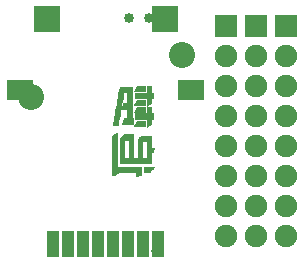
<source format=gbs>
G04*
G04 #@! TF.GenerationSoftware,Altium Limited,Altium Designer,20.2.6 (244)*
G04*
G04 Layer_Color=16711935*
%FSLAX24Y24*%
%MOIN*%
G70*
G04*
G04 #@! TF.SameCoordinates,5BA78797-F0C5-4362-90F7-91A5E935EFA1*
G04*
G04*
G04 #@! TF.FilePolarity,Negative*
G04*
G01*
G75*
%ADD31C,0.0749*%
%ADD32R,0.0749X0.0749*%
%ADD33C,0.0336*%
%ADD64C,0.0020*%
%ADD65R,0.0434X0.0867*%
%ADD66C,0.0867*%
%ADD67R,0.0867X0.0671*%
%ADD68R,0.0867X0.0867*%
%ADD69C,0.0395*%
D31*
X7500Y2900D02*
D03*
Y3900D02*
D03*
Y4900D02*
D03*
Y5900D02*
D03*
Y6900D02*
D03*
Y1900D02*
D03*
Y900D02*
D03*
X8500Y2900D02*
D03*
Y3900D02*
D03*
Y4900D02*
D03*
Y5900D02*
D03*
Y6900D02*
D03*
Y1900D02*
D03*
Y900D02*
D03*
X9500Y2900D02*
D03*
Y3900D02*
D03*
Y4900D02*
D03*
Y5900D02*
D03*
Y6900D02*
D03*
Y1900D02*
D03*
Y900D02*
D03*
D32*
X7500Y7900D02*
D03*
X8500D02*
D03*
X9500D02*
D03*
D33*
X4945Y8173D02*
D03*
X4275D02*
D03*
D64*
X4600Y3340D02*
Y4180D01*
X3720Y2940D02*
Y4260D01*
X3740Y4620D02*
Y4700D01*
Y2940D02*
Y4280D01*
X3760Y4620D02*
Y4820D01*
Y2940D02*
Y4280D01*
X3780Y4620D02*
Y4920D01*
Y2960D02*
Y4300D01*
X3800Y4620D02*
Y5040D01*
Y2960D02*
Y4320D01*
X3820Y4620D02*
Y5140D01*
Y2980D02*
Y4320D01*
X3840Y4620D02*
Y5260D01*
Y2980D02*
Y4340D01*
X3860Y4620D02*
Y5360D01*
Y3000D02*
Y4360D01*
X3880Y4620D02*
Y5480D01*
Y3020D02*
Y3220D01*
X3900Y4620D02*
Y5580D01*
Y3020D02*
Y3220D01*
X3920Y4700D02*
Y5700D01*
Y3040D02*
Y3220D01*
X3940Y4820D02*
Y5800D01*
Y3040D02*
Y3220D01*
X3960Y4920D02*
Y5880D01*
Y3340D02*
Y4160D01*
Y3040D02*
Y3220D01*
X3980Y5040D02*
Y5880D01*
Y3340D02*
Y4180D01*
Y3040D02*
Y3220D01*
X4000Y5140D02*
Y5880D01*
Y3340D02*
Y4200D01*
Y3040D02*
Y3220D01*
X4020Y5260D02*
Y5880D01*
Y3340D02*
Y4220D01*
Y3040D02*
Y3220D01*
X4040Y5380D02*
Y5880D01*
Y5140D02*
Y5240D01*
Y4640D02*
Y4680D01*
Y3340D02*
Y4240D01*
Y3040D02*
Y3220D01*
X4060Y5480D02*
Y5880D01*
Y5140D02*
Y5340D01*
Y4640D02*
Y4740D01*
Y3340D02*
Y4260D01*
Y3040D02*
Y3220D01*
X4080Y5600D02*
Y5880D01*
Y5140D02*
Y5340D01*
Y4640D02*
Y4780D01*
Y3340D02*
Y4280D01*
Y3040D02*
Y3220D01*
X4100Y5700D02*
Y5880D01*
Y5140D02*
Y5340D01*
Y4640D02*
Y4840D01*
Y3340D02*
Y4300D01*
Y3040D02*
Y3220D01*
X4120Y5700D02*
Y5880D01*
Y5140D02*
Y5340D01*
Y4640D02*
Y4840D01*
Y4120D02*
Y4300D01*
Y3340D02*
Y3520D01*
Y3040D02*
Y3220D01*
X4140Y5700D02*
Y5880D01*
Y5140D02*
Y5340D01*
Y4640D02*
Y4840D01*
Y4120D02*
Y4300D01*
Y3340D02*
Y3520D01*
Y3040D02*
Y3220D01*
X4160Y5700D02*
Y5880D01*
Y5140D02*
Y5340D01*
Y4640D02*
Y4840D01*
Y4120D02*
Y4300D01*
Y3340D02*
Y3520D01*
Y3040D02*
Y3220D01*
X4180Y5700D02*
Y5880D01*
Y5140D02*
Y5340D01*
Y4640D02*
Y4840D01*
Y4120D02*
Y4300D01*
Y3340D02*
Y3520D01*
Y3040D02*
Y3220D01*
X4200Y5700D02*
Y5880D01*
Y4640D02*
Y4840D01*
Y4120D02*
Y4300D01*
Y3340D02*
Y3520D01*
Y3040D02*
Y3220D01*
X4220Y4640D02*
Y5880D01*
Y4120D02*
Y4300D01*
Y3340D02*
Y3520D01*
Y3040D02*
Y3220D01*
X4240Y4640D02*
Y5880D01*
Y4120D02*
Y4300D01*
Y3340D02*
Y3520D01*
Y3040D02*
Y3220D01*
X4260Y4640D02*
Y5880D01*
Y4120D02*
Y4300D01*
Y3340D02*
Y3520D01*
Y3040D02*
Y3220D01*
X4280Y4640D02*
Y5880D01*
Y3340D02*
Y4300D01*
Y3040D02*
Y3220D01*
X4300Y4640D02*
Y5880D01*
Y3340D02*
Y4300D01*
Y3040D02*
Y3220D01*
X4320Y4640D02*
Y5880D01*
Y3340D02*
Y4300D01*
Y3040D02*
Y3220D01*
X4340Y4640D02*
Y5880D01*
Y3340D02*
Y4300D01*
Y3040D02*
Y3220D01*
X4360Y4640D02*
Y5880D01*
Y3340D02*
Y4300D01*
Y3040D02*
Y3220D01*
X4380Y4640D02*
Y4840D01*
Y3340D02*
Y4300D01*
Y3040D02*
Y3220D01*
X4400Y4640D02*
Y4840D01*
Y3340D02*
Y4300D01*
Y3040D02*
Y3220D01*
X4420Y4640D02*
Y4840D01*
Y3340D02*
Y4300D01*
Y3040D02*
Y3220D01*
X4440Y5740D02*
Y5760D01*
Y5280D02*
Y5300D01*
Y5040D02*
Y5060D01*
Y4580D02*
Y4600D01*
Y3340D02*
Y3520D01*
Y3040D02*
Y3220D01*
X4460Y5740D02*
Y5780D01*
Y5500D02*
Y5680D01*
Y5280D02*
Y5320D01*
Y5040D02*
Y5100D01*
Y4820D02*
Y5000D01*
Y4580D02*
Y4640D01*
Y3340D02*
Y3520D01*
Y3040D02*
Y3220D01*
X4480Y5740D02*
Y5820D01*
Y5500D02*
Y5680D01*
Y5280D02*
Y5360D01*
Y5040D02*
Y5120D01*
Y4820D02*
Y5000D01*
Y4580D02*
Y4660D01*
Y3340D02*
Y3520D01*
Y3040D02*
Y3220D01*
X4500Y5740D02*
Y5840D01*
Y5500D02*
Y5680D01*
Y5280D02*
Y5380D01*
Y5040D02*
Y5160D01*
Y4820D02*
Y5000D01*
Y4580D02*
Y4700D01*
Y3340D02*
Y3520D01*
Y3040D02*
Y3220D01*
X4520Y5740D02*
Y5880D01*
Y5500D02*
Y5680D01*
Y5280D02*
Y5420D01*
Y5040D02*
Y5180D01*
Y4820D02*
Y5000D01*
Y4580D02*
Y4720D01*
Y3340D02*
Y3520D01*
Y2900D02*
Y3220D01*
X4540Y5740D02*
Y5900D01*
Y5500D02*
Y5680D01*
Y5280D02*
Y5440D01*
Y5040D02*
Y5220D01*
Y4820D02*
Y5000D01*
Y4580D02*
Y4760D01*
Y3340D02*
Y3520D01*
Y2900D02*
Y3220D01*
X4560Y5740D02*
Y5920D01*
Y5500D02*
Y5680D01*
Y5280D02*
Y5460D01*
Y5040D02*
Y5220D01*
Y4820D02*
Y5000D01*
Y4580D02*
Y4760D01*
Y3340D02*
Y4140D01*
Y2900D02*
Y3220D01*
X4580Y5740D02*
Y5920D01*
Y5500D02*
Y5680D01*
Y5280D02*
Y5460D01*
Y5040D02*
Y5220D01*
Y4820D02*
Y5000D01*
Y4580D02*
Y4760D01*
Y3340D02*
Y4160D01*
Y2920D02*
Y3220D01*
X4600Y5740D02*
Y5920D01*
Y5500D02*
Y5680D01*
Y5280D02*
Y5460D01*
Y5040D02*
Y5220D01*
Y4820D02*
Y5000D01*
Y4580D02*
Y4760D01*
Y2940D02*
Y3220D01*
X4620Y5740D02*
Y5920D01*
Y5500D02*
Y5680D01*
Y5280D02*
Y5460D01*
Y5040D02*
Y5220D01*
Y4820D02*
Y5000D01*
Y4580D02*
Y4760D01*
Y3340D02*
Y4200D01*
Y2940D02*
Y3220D01*
X4640Y5740D02*
Y5920D01*
Y5500D02*
Y5680D01*
Y5280D02*
Y5460D01*
Y5040D02*
Y5220D01*
Y4820D02*
Y5000D01*
Y4580D02*
Y4760D01*
Y3340D02*
Y4220D01*
Y2960D02*
Y3220D01*
X4660Y5740D02*
Y5920D01*
Y5500D02*
Y5680D01*
Y5280D02*
Y5460D01*
Y5040D02*
Y5220D01*
Y4820D02*
Y5000D01*
Y4580D02*
Y4760D01*
Y3340D02*
Y4240D01*
Y2960D02*
Y3220D01*
X4680Y5740D02*
Y5920D01*
Y5500D02*
Y5680D01*
Y5280D02*
Y5460D01*
Y5040D02*
Y5220D01*
Y4820D02*
Y5000D01*
Y4580D02*
Y4760D01*
Y3340D02*
Y4260D01*
Y2980D02*
Y3220D01*
X4700Y5740D02*
Y5920D01*
Y5500D02*
Y5680D01*
Y5280D02*
Y5460D01*
Y5040D02*
Y5220D01*
Y4820D02*
Y5000D01*
Y4580D02*
Y4760D01*
Y3340D02*
Y4260D01*
X4720Y5740D02*
Y5920D01*
Y5500D02*
Y5680D01*
Y5280D02*
Y5460D01*
Y5040D02*
Y5220D01*
Y4820D02*
Y5000D01*
Y4580D02*
Y4760D01*
Y4080D02*
Y4260D01*
Y3340D02*
Y3520D01*
X4740Y5740D02*
Y5920D01*
Y5500D02*
Y5680D01*
Y5280D02*
Y5460D01*
Y5040D02*
Y5220D01*
Y4820D02*
Y5000D01*
Y4580D02*
Y4760D01*
Y4080D02*
Y4260D01*
Y3340D02*
Y3520D01*
X4760Y5740D02*
Y5920D01*
Y5500D02*
Y5680D01*
Y5280D02*
Y5460D01*
Y5040D02*
Y5220D01*
Y4820D02*
Y5000D01*
Y4580D02*
Y4760D01*
Y4080D02*
Y4260D01*
Y3340D02*
Y3520D01*
Y3040D02*
Y3220D01*
X4780Y5740D02*
Y5920D01*
Y5500D02*
Y5680D01*
Y5280D02*
Y5460D01*
Y5040D02*
Y5220D01*
Y4820D02*
Y5000D01*
Y4580D02*
Y4760D01*
Y4080D02*
Y4260D01*
Y3340D02*
Y3520D01*
Y3040D02*
Y3220D01*
X4800Y5740D02*
Y5920D01*
Y5500D02*
Y5680D01*
Y5280D02*
Y5460D01*
Y5040D02*
Y5220D01*
Y4820D02*
Y5000D01*
Y4580D02*
Y4760D01*
Y4080D02*
Y4260D01*
Y3340D02*
Y3520D01*
Y3040D02*
Y3220D01*
X4820Y5500D02*
Y5680D01*
Y4820D02*
Y5000D01*
Y4080D02*
Y4260D01*
Y3340D02*
Y3520D01*
Y3040D02*
Y3220D01*
X4840Y5500D02*
Y5680D01*
Y4820D02*
Y5000D01*
Y4080D02*
Y4260D01*
Y3340D02*
Y3520D01*
Y3040D02*
Y3220D01*
X4860Y5240D02*
Y5920D01*
Y4560D02*
Y5220D01*
Y4080D02*
Y4260D01*
Y3340D02*
Y3520D01*
Y3040D02*
Y3220D01*
X4880Y5260D02*
Y5920D01*
Y4560D02*
Y5220D01*
Y3340D02*
Y4260D01*
Y3040D02*
Y3220D01*
X4900Y5280D02*
Y5920D01*
Y4580D02*
Y5220D01*
Y3340D02*
Y4260D01*
Y3040D02*
Y3220D01*
X4920Y5280D02*
Y5920D01*
Y4600D02*
Y5220D01*
Y3340D02*
Y4260D01*
Y3040D02*
Y3220D01*
X4940Y5300D02*
Y5920D01*
Y4600D02*
Y5220D01*
Y3340D02*
Y4260D01*
Y3040D02*
Y3220D01*
X4960Y5300D02*
Y5920D01*
Y4620D02*
Y5220D01*
Y3340D02*
Y4260D01*
Y3040D02*
Y3220D01*
X4980Y5320D02*
Y5920D01*
Y4620D02*
Y5220D01*
Y3340D02*
Y4260D01*
Y3080D02*
Y3220D01*
X5000Y5340D02*
Y5920D01*
Y4640D02*
Y5220D01*
Y3340D02*
Y4260D01*
Y3100D02*
Y3220D01*
X5020Y5500D02*
Y5680D01*
Y4820D02*
Y5000D01*
Y3340D02*
Y4260D01*
Y3120D02*
Y3220D01*
X5040Y5500D02*
Y5680D01*
Y4820D02*
Y5000D01*
Y3700D02*
Y3860D01*
Y3140D02*
Y3220D01*
X5060Y5500D02*
Y5680D01*
Y4820D02*
Y5000D01*
Y3720D02*
Y3860D01*
Y3160D02*
Y3220D01*
X5080Y5500D02*
Y5680D01*
Y4820D02*
Y5000D01*
Y3760D02*
Y3860D01*
Y3180D02*
Y3220D01*
X5100Y3800D02*
Y3860D01*
Y3200D02*
Y3220D01*
X5120Y3840D02*
Y3860D01*
D65*
X1753Y655D02*
D03*
X2753D02*
D03*
X3253D02*
D03*
X4253D02*
D03*
X2253D02*
D03*
X3753D02*
D03*
X4753D02*
D03*
X5253D02*
D03*
D66*
X6040Y6957D02*
D03*
X1017Y5548D02*
D03*
D67*
X646Y5771D02*
D03*
X6354D02*
D03*
D68*
X1538Y8145D02*
D03*
X5475D02*
D03*
D69*
X5220Y420D02*
D03*
M02*

</source>
